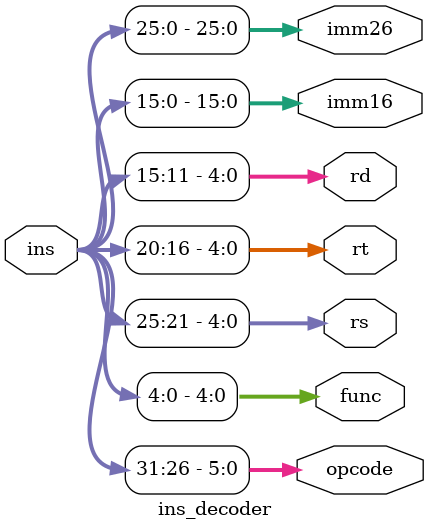
<source format=v>
module ins_decoder (
    input [31:0] ins,
    output reg [5:0] opcode,
    output reg [4:0] func,rs,rt,rd,
    output reg [15:0] imm16,
    output reg [25:0] imm26
);
    parameter
        R_TYPE = 6'b000000,
        ADDI = 6'b000001,
        SUBI = 6'b000010,
        ANDI = 6'b000011,
        ORI = 6'b000100,
        XORI = 6'b000101,
        NORI = 6'b000110,
        SLI = 6'b000111,
        SRLI = 6'b001000,
        SRAI = 6'b001001,
        SLTI = 6'b001010,
        SGTI = 6'b001011,
        NOTI = 6'b001100,
        INCI = 6'b001101,
        DECI = 6'b001110,
        HAMI = 6'b001111,
        LUI = 6'b010000,
        LD = 6'b010001,
        ST = 6'b010010,
        MOVE = 6'b010100,
        CMOV = 6'b010101,
        BR = 6'b100000,
        BMI = 6'b100001,
        BPL = 6'b100010,
        BZ = 6'b100011,
        HALT = 6'b100100,
        NOP = 6'b100101,
        CALL = 6'b100110;
    
    initial begin
        $monitor("Time=%0t|opcode=%b|func=%b|rs=%b|rt=%b|rd=%b|imm16=%b|imm26=%b",$time,opcode,func,rs,rt,rd,imm16,imm26);
    end
    always @(*) begin
        opcode <= ins[31:26];
        case(opcode)
        HALT: begin
            func <= 5'b0;
            rs <= 5'b0;
            rt <= 5'b0;
            rd <= 5'b0;
            imm16 <= 16'b0;
            imm26 <= 26'b0;
        end
        NOP: begin
            func <= 5'b0;
            rs <= 5'b0;
            rt <= 5'b0;
            rd <= 5'b0;
            imm16 <= 16'b0;
            imm26 <= 26'b0;
        end
        MOVE: begin
            // ADD $rd, $rs, $r0
            func <= 5'b0;
            rs <= ins[25:21];
            rt <= 5'b0;
            rd <= ins[15:11];
            imm16 <= 16'b0;
            imm26 <= 26'b0;
        end
        default: begin
            func <= ins[4:0];
            rs <= ins[25:21];
            rt <= ins[20:16];
            rd <= ins[15:11];
            imm16 <= ins[15:0];
            imm26 <= ins[25:0];
        end
        endcase
        
    end

endmodule
</source>
